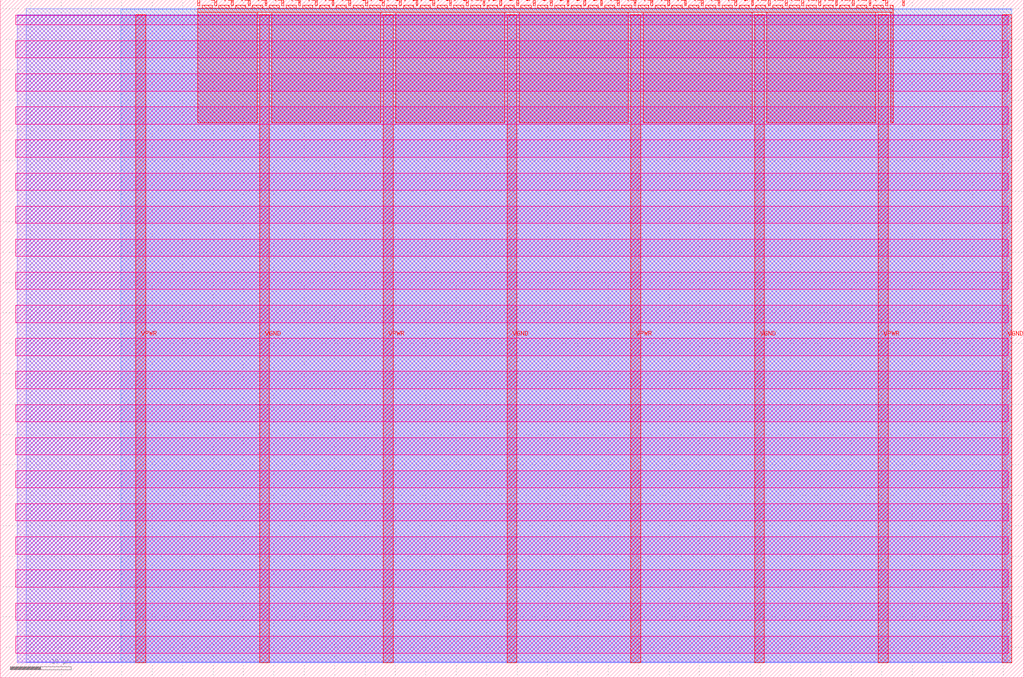
<source format=lef>
VERSION 5.7 ;
  NOWIREEXTENSIONATPIN ON ;
  DIVIDERCHAR "/" ;
  BUSBITCHARS "[]" ;
MACRO tt_um_flappy_vga_cutout1
  CLASS BLOCK ;
  FOREIGN tt_um_flappy_vga_cutout1 ;
  ORIGIN 0.000 0.000 ;
  SIZE 168.360 BY 111.520 ;
  PIN VGND
    DIRECTION INOUT ;
    USE GROUND ;
    PORT
      LAYER met4 ;
        RECT 42.670 2.480 44.270 109.040 ;
    END
    PORT
      LAYER met4 ;
        RECT 83.380 2.480 84.980 109.040 ;
    END
    PORT
      LAYER met4 ;
        RECT 124.090 2.480 125.690 109.040 ;
    END
    PORT
      LAYER met4 ;
        RECT 164.800 2.480 166.400 109.040 ;
    END
  END VGND
  PIN VPWR
    DIRECTION INOUT ;
    USE POWER ;
    PORT
      LAYER met4 ;
        RECT 22.315 2.480 23.915 109.040 ;
    END
    PORT
      LAYER met4 ;
        RECT 63.025 2.480 64.625 109.040 ;
    END
    PORT
      LAYER met4 ;
        RECT 103.735 2.480 105.335 109.040 ;
    END
    PORT
      LAYER met4 ;
        RECT 144.445 2.480 146.045 109.040 ;
    END
  END VPWR
  PIN clk
    DIRECTION INPUT ;
    USE SIGNAL ;
    ANTENNAGATEAREA 0.852000 ;
    PORT
      LAYER met4 ;
        RECT 145.670 110.520 145.970 111.520 ;
    END
  END clk
  PIN ena
    DIRECTION INPUT ;
    USE SIGNAL ;
    PORT
      LAYER met4 ;
        RECT 148.430 110.520 148.730 111.520 ;
    END
  END ena
  PIN rst_n
    DIRECTION INPUT ;
    USE SIGNAL ;
    ANTENNAGATEAREA 0.159000 ;
    PORT
      LAYER met4 ;
        RECT 142.910 110.520 143.210 111.520 ;
    END
  END rst_n
  PIN ui_in[0]
    DIRECTION INPUT ;
    USE SIGNAL ;
    ANTENNAGATEAREA 0.213000 ;
    PORT
      LAYER met4 ;
        RECT 140.150 110.520 140.450 111.520 ;
    END
  END ui_in[0]
  PIN ui_in[1]
    DIRECTION INPUT ;
    USE SIGNAL ;
    PORT
      LAYER met4 ;
        RECT 137.390 110.520 137.690 111.520 ;
    END
  END ui_in[1]
  PIN ui_in[2]
    DIRECTION INPUT ;
    USE SIGNAL ;
    PORT
      LAYER met4 ;
        RECT 134.630 110.520 134.930 111.520 ;
    END
  END ui_in[2]
  PIN ui_in[3]
    DIRECTION INPUT ;
    USE SIGNAL ;
    PORT
      LAYER met4 ;
        RECT 131.870 110.520 132.170 111.520 ;
    END
  END ui_in[3]
  PIN ui_in[4]
    DIRECTION INPUT ;
    USE SIGNAL ;
    PORT
      LAYER met4 ;
        RECT 129.110 110.520 129.410 111.520 ;
    END
  END ui_in[4]
  PIN ui_in[5]
    DIRECTION INPUT ;
    USE SIGNAL ;
    PORT
      LAYER met4 ;
        RECT 126.350 110.520 126.650 111.520 ;
    END
  END ui_in[5]
  PIN ui_in[6]
    DIRECTION INPUT ;
    USE SIGNAL ;
    PORT
      LAYER met4 ;
        RECT 123.590 110.520 123.890 111.520 ;
    END
  END ui_in[6]
  PIN ui_in[7]
    DIRECTION INPUT ;
    USE SIGNAL ;
    PORT
      LAYER met4 ;
        RECT 120.830 110.520 121.130 111.520 ;
    END
  END ui_in[7]
  PIN uio_in[0]
    DIRECTION INPUT ;
    USE SIGNAL ;
    PORT
      LAYER met4 ;
        RECT 118.070 110.520 118.370 111.520 ;
    END
  END uio_in[0]
  PIN uio_in[1]
    DIRECTION INPUT ;
    USE SIGNAL ;
    PORT
      LAYER met4 ;
        RECT 115.310 110.520 115.610 111.520 ;
    END
  END uio_in[1]
  PIN uio_in[2]
    DIRECTION INPUT ;
    USE SIGNAL ;
    PORT
      LAYER met4 ;
        RECT 112.550 110.520 112.850 111.520 ;
    END
  END uio_in[2]
  PIN uio_in[3]
    DIRECTION INPUT ;
    USE SIGNAL ;
    PORT
      LAYER met4 ;
        RECT 109.790 110.520 110.090 111.520 ;
    END
  END uio_in[3]
  PIN uio_in[4]
    DIRECTION INPUT ;
    USE SIGNAL ;
    PORT
      LAYER met4 ;
        RECT 107.030 110.520 107.330 111.520 ;
    END
  END uio_in[4]
  PIN uio_in[5]
    DIRECTION INPUT ;
    USE SIGNAL ;
    PORT
      LAYER met4 ;
        RECT 104.270 110.520 104.570 111.520 ;
    END
  END uio_in[5]
  PIN uio_in[6]
    DIRECTION INPUT ;
    USE SIGNAL ;
    PORT
      LAYER met4 ;
        RECT 101.510 110.520 101.810 111.520 ;
    END
  END uio_in[6]
  PIN uio_in[7]
    DIRECTION INPUT ;
    USE SIGNAL ;
    PORT
      LAYER met4 ;
        RECT 98.750 110.520 99.050 111.520 ;
    END
  END uio_in[7]
  PIN uio_oe[0]
    DIRECTION OUTPUT TRISTATE ;
    USE SIGNAL ;
    PORT
      LAYER met4 ;
        RECT 51.830 110.520 52.130 111.520 ;
    END
  END uio_oe[0]
  PIN uio_oe[1]
    DIRECTION OUTPUT TRISTATE ;
    USE SIGNAL ;
    PORT
      LAYER met4 ;
        RECT 49.070 110.520 49.370 111.520 ;
    END
  END uio_oe[1]
  PIN uio_oe[2]
    DIRECTION OUTPUT TRISTATE ;
    USE SIGNAL ;
    PORT
      LAYER met4 ;
        RECT 46.310 110.520 46.610 111.520 ;
    END
  END uio_oe[2]
  PIN uio_oe[3]
    DIRECTION OUTPUT TRISTATE ;
    USE SIGNAL ;
    PORT
      LAYER met4 ;
        RECT 43.550 110.520 43.850 111.520 ;
    END
  END uio_oe[3]
  PIN uio_oe[4]
    DIRECTION OUTPUT TRISTATE ;
    USE SIGNAL ;
    PORT
      LAYER met4 ;
        RECT 40.790 110.520 41.090 111.520 ;
    END
  END uio_oe[4]
  PIN uio_oe[5]
    DIRECTION OUTPUT TRISTATE ;
    USE SIGNAL ;
    PORT
      LAYER met4 ;
        RECT 38.030 110.520 38.330 111.520 ;
    END
  END uio_oe[5]
  PIN uio_oe[6]
    DIRECTION OUTPUT TRISTATE ;
    USE SIGNAL ;
    PORT
      LAYER met4 ;
        RECT 35.270 110.520 35.570 111.520 ;
    END
  END uio_oe[6]
  PIN uio_oe[7]
    DIRECTION OUTPUT TRISTATE ;
    USE SIGNAL ;
    PORT
      LAYER met4 ;
        RECT 32.510 110.520 32.810 111.520 ;
    END
  END uio_oe[7]
  PIN uio_out[0]
    DIRECTION OUTPUT TRISTATE ;
    USE SIGNAL ;
    ANTENNAGATEAREA 0.747000 ;
    ANTENNADIFFAREA 0.891000 ;
    PORT
      LAYER met4 ;
        RECT 73.910 110.520 74.210 111.520 ;
    END
  END uio_out[0]
  PIN uio_out[1]
    DIRECTION OUTPUT TRISTATE ;
    USE SIGNAL ;
    ANTENNAGATEAREA 0.373500 ;
    ANTENNADIFFAREA 0.445500 ;
    PORT
      LAYER met4 ;
        RECT 71.150 110.520 71.450 111.520 ;
    END
  END uio_out[1]
  PIN uio_out[2]
    DIRECTION OUTPUT TRISTATE ;
    USE SIGNAL ;
    ANTENNAGATEAREA 0.747000 ;
    ANTENNADIFFAREA 0.891000 ;
    PORT
      LAYER met4 ;
        RECT 68.390 110.520 68.690 111.520 ;
    END
  END uio_out[2]
  PIN uio_out[3]
    DIRECTION OUTPUT TRISTATE ;
    USE SIGNAL ;
    ANTENNAGATEAREA 0.373500 ;
    ANTENNADIFFAREA 0.891000 ;
    PORT
      LAYER met4 ;
        RECT 65.630 110.520 65.930 111.520 ;
    END
  END uio_out[3]
  PIN uio_out[4]
    DIRECTION OUTPUT TRISTATE ;
    USE SIGNAL ;
    ANTENNAGATEAREA 0.747000 ;
    ANTENNADIFFAREA 0.891000 ;
    PORT
      LAYER met4 ;
        RECT 62.870 110.520 63.170 111.520 ;
    END
  END uio_out[4]
  PIN uio_out[5]
    DIRECTION OUTPUT TRISTATE ;
    USE SIGNAL ;
    ANTENNAGATEAREA 0.373500 ;
    ANTENNADIFFAREA 0.891000 ;
    PORT
      LAYER met4 ;
        RECT 60.110 110.520 60.410 111.520 ;
    END
  END uio_out[5]
  PIN uio_out[6]
    DIRECTION OUTPUT TRISTATE ;
    USE SIGNAL ;
    ANTENNAGATEAREA 0.252000 ;
    ANTENNADIFFAREA 0.891000 ;
    PORT
      LAYER met4 ;
        RECT 57.350 110.520 57.650 111.520 ;
    END
  END uio_out[6]
  PIN uio_out[7]
    DIRECTION OUTPUT TRISTATE ;
    USE SIGNAL ;
    ANTENNAGATEAREA 0.126000 ;
    ANTENNADIFFAREA 0.891000 ;
    PORT
      LAYER met4 ;
        RECT 54.590 110.520 54.890 111.520 ;
    END
  END uio_out[7]
  PIN uo_out[0]
    DIRECTION OUTPUT TRISTATE ;
    USE SIGNAL ;
    ANTENNADIFFAREA 0.445500 ;
    PORT
      LAYER met4 ;
        RECT 95.990 110.520 96.290 111.520 ;
    END
  END uo_out[0]
  PIN uo_out[1]
    DIRECTION OUTPUT TRISTATE ;
    USE SIGNAL ;
    ANTENNADIFFAREA 0.445500 ;
    PORT
      LAYER met4 ;
        RECT 93.230 110.520 93.530 111.520 ;
    END
  END uo_out[1]
  PIN uo_out[2]
    DIRECTION OUTPUT TRISTATE ;
    USE SIGNAL ;
    ANTENNADIFFAREA 0.445500 ;
    PORT
      LAYER met4 ;
        RECT 90.470 110.520 90.770 111.520 ;
    END
  END uo_out[2]
  PIN uo_out[3]
    DIRECTION OUTPUT TRISTATE ;
    USE SIGNAL ;
    ANTENNADIFFAREA 0.445500 ;
    PORT
      LAYER met4 ;
        RECT 87.710 110.520 88.010 111.520 ;
    END
  END uo_out[3]
  PIN uo_out[4]
    DIRECTION OUTPUT TRISTATE ;
    USE SIGNAL ;
    ANTENNADIFFAREA 0.445500 ;
    PORT
      LAYER met4 ;
        RECT 84.950 110.520 85.250 111.520 ;
    END
  END uo_out[4]
  PIN uo_out[5]
    DIRECTION OUTPUT TRISTATE ;
    USE SIGNAL ;
    ANTENNADIFFAREA 0.795200 ;
    PORT
      LAYER met4 ;
        RECT 82.190 110.520 82.490 111.520 ;
    END
  END uo_out[5]
  PIN uo_out[6]
    DIRECTION OUTPUT TRISTATE ;
    USE SIGNAL ;
    ANTENNADIFFAREA 0.445500 ;
    PORT
      LAYER met4 ;
        RECT 79.430 110.520 79.730 111.520 ;
    END
  END uo_out[6]
  PIN uo_out[7]
    DIRECTION OUTPUT TRISTATE ;
    USE SIGNAL ;
    ANTENNADIFFAREA 0.795200 ;
    PORT
      LAYER met4 ;
        RECT 76.670 110.520 76.970 111.520 ;
    END
  END uo_out[7]
  OBS
      LAYER nwell ;
        RECT 2.570 107.385 165.790 108.990 ;
        RECT 2.570 101.945 165.790 104.775 ;
        RECT 2.570 96.505 165.790 99.335 ;
        RECT 2.570 91.065 165.790 93.895 ;
        RECT 2.570 85.625 165.790 88.455 ;
        RECT 2.570 80.185 165.790 83.015 ;
        RECT 2.570 74.745 165.790 77.575 ;
        RECT 2.570 69.305 165.790 72.135 ;
        RECT 2.570 63.865 165.790 66.695 ;
        RECT 2.570 58.425 165.790 61.255 ;
        RECT 2.570 52.985 165.790 55.815 ;
        RECT 2.570 47.545 165.790 50.375 ;
        RECT 2.570 42.105 165.790 44.935 ;
        RECT 2.570 36.665 165.790 39.495 ;
        RECT 2.570 31.225 165.790 34.055 ;
        RECT 2.570 25.785 165.790 28.615 ;
        RECT 2.570 20.345 165.790 23.175 ;
        RECT 2.570 14.905 165.790 17.735 ;
        RECT 2.570 9.465 165.790 12.295 ;
        RECT 2.570 4.025 165.790 6.855 ;
      LAYER li1 ;
        RECT 2.760 2.635 165.600 108.885 ;
      LAYER met1 ;
        RECT 2.760 2.480 166.400 109.040 ;
      LAYER met2 ;
        RECT 4.240 2.535 166.370 110.005 ;
      LAYER met3 ;
        RECT 19.845 2.555 166.390 109.985 ;
      LAYER met4 ;
        RECT 33.210 110.120 34.870 110.650 ;
        RECT 35.970 110.120 37.630 110.650 ;
        RECT 38.730 110.120 40.390 110.650 ;
        RECT 41.490 110.120 43.150 110.650 ;
        RECT 44.250 110.120 45.910 110.650 ;
        RECT 47.010 110.120 48.670 110.650 ;
        RECT 49.770 110.120 51.430 110.650 ;
        RECT 52.530 110.120 54.190 110.650 ;
        RECT 55.290 110.120 56.950 110.650 ;
        RECT 58.050 110.120 59.710 110.650 ;
        RECT 60.810 110.120 62.470 110.650 ;
        RECT 63.570 110.120 65.230 110.650 ;
        RECT 66.330 110.120 67.990 110.650 ;
        RECT 69.090 110.120 70.750 110.650 ;
        RECT 71.850 110.120 73.510 110.650 ;
        RECT 74.610 110.120 76.270 110.650 ;
        RECT 77.370 110.120 79.030 110.650 ;
        RECT 80.130 110.120 81.790 110.650 ;
        RECT 82.890 110.120 84.550 110.650 ;
        RECT 85.650 110.120 87.310 110.650 ;
        RECT 88.410 110.120 90.070 110.650 ;
        RECT 91.170 110.120 92.830 110.650 ;
        RECT 93.930 110.120 95.590 110.650 ;
        RECT 96.690 110.120 98.350 110.650 ;
        RECT 99.450 110.120 101.110 110.650 ;
        RECT 102.210 110.120 103.870 110.650 ;
        RECT 104.970 110.120 106.630 110.650 ;
        RECT 107.730 110.120 109.390 110.650 ;
        RECT 110.490 110.120 112.150 110.650 ;
        RECT 113.250 110.120 114.910 110.650 ;
        RECT 116.010 110.120 117.670 110.650 ;
        RECT 118.770 110.120 120.430 110.650 ;
        RECT 121.530 110.120 123.190 110.650 ;
        RECT 124.290 110.120 125.950 110.650 ;
        RECT 127.050 110.120 128.710 110.650 ;
        RECT 129.810 110.120 131.470 110.650 ;
        RECT 132.570 110.120 134.230 110.650 ;
        RECT 135.330 110.120 136.990 110.650 ;
        RECT 138.090 110.120 139.750 110.650 ;
        RECT 140.850 110.120 142.510 110.650 ;
        RECT 143.610 110.120 145.270 110.650 ;
        RECT 146.370 110.120 146.905 110.650 ;
        RECT 32.495 109.440 146.905 110.120 ;
        RECT 32.495 91.295 42.270 109.440 ;
        RECT 44.670 91.295 62.625 109.440 ;
        RECT 65.025 91.295 82.980 109.440 ;
        RECT 85.380 91.295 103.335 109.440 ;
        RECT 105.735 91.295 123.690 109.440 ;
        RECT 126.090 91.295 144.045 109.440 ;
        RECT 146.445 91.295 146.905 109.440 ;
  END
END tt_um_flappy_vga_cutout1
END LIBRARY


</source>
